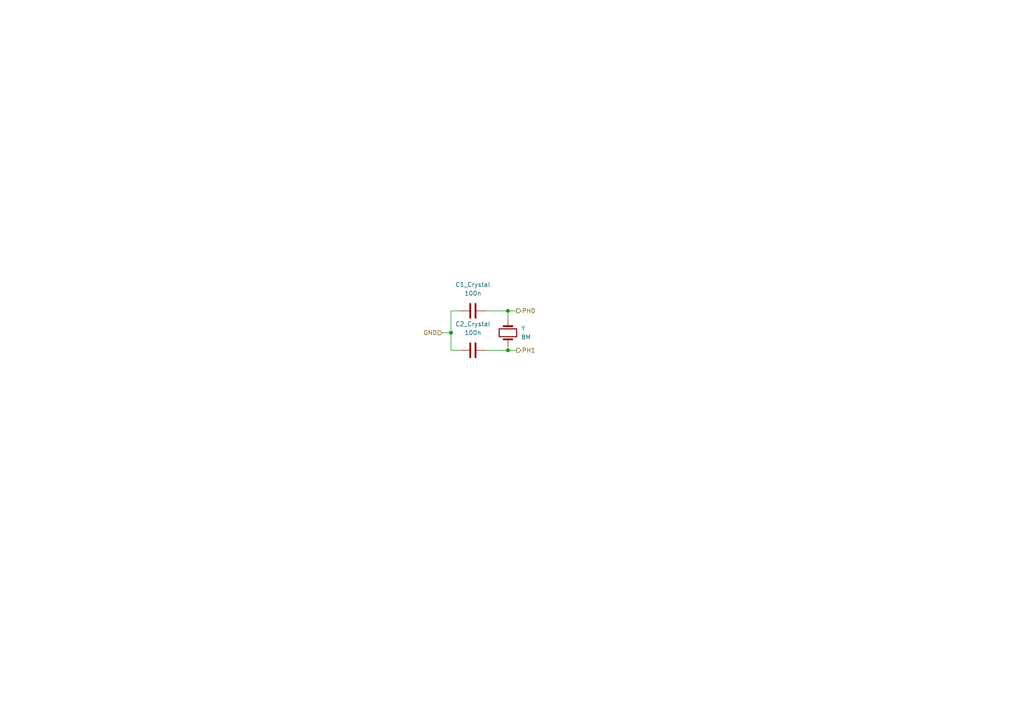
<source format=kicad_sch>
(kicad_sch (version 20211123) (generator eeschema)
  (paper "A4")
  (title_block (title "Crystal Oscillator") (date "2022-09-13") (rev "1") (company "George Mason University") (comment 2 "communication over USB.") (comment 3 "primary microcontroller in order to enable and have reliable") (comment 4 "A 8MHz quartz crystal oscillator was needed to be added to the"))
  (lib_symbols
    (symbol "Device:C" (pin_numbers hide) (pin_names (offset 0.254))
      (property "Reference" "C" (at 0.635 2.54 0))
      (property "Value" "C" (at 0.635 -2.54 0))
      (symbol "C_0_1"
        (polyline (pts (xy -2.032 -0.762) (xy 2.032 -0.762)) (stroke (width 0.508)))
        (polyline (pts (xy -2.032 0.762) (xy 2.032 0.762)) (stroke (width 0.508)))
      )
      (symbol "C_1_1"
        (pin passive line (at 0 3.81 270) (length 2.794) (name "~") (number "1"))
        (pin passive line (at 0 -3.81 90) (length 2.794) (name "~") (number "2"))
      )
    )
    (symbol "Device:Crystal" (pin_numbers hide) (pin_names (offset 1.016) hide)
      (property "Reference" "Y" (at 0 3.81 0))
      (property "Value" "Crystal" (at 0 -3.81 0))
      (symbol "Crystal_0_1"
        (rectangle (start -1.143 2.54) (end 1.143 -2.54) (stroke (width 0.3048)))
        (polyline (pts (xy -2.54 0) (xy -1.905 0)))
        (polyline (pts (xy -1.905 -1.27) (xy -1.905 1.27)) (stroke (width 0.508)))
        (polyline (pts (xy 1.905 -1.27) (xy 1.905 1.27)) (stroke (width 0.508)))
        (polyline (pts (xy 2.54 0) (xy 1.905 0)))
      )
      (symbol "Crystal_1_1"
        (pin passive line (at -3.81 0 0) (length 1.27) (name "1") (number "1"))
        (pin passive line (at 3.81 0 180) (length 1.27) (name "2") (number "2"))
      )
    )
  )
  (junction (at 147.32 101.6))
  (junction (at 130.81 96.52))
  (junction (at 147.32 90.17))
  (wire (pts (xy 130.81 96.52) (xy 130.81 101.6)))
  (wire (pts (xy 140.97 90.17) (xy 147.32 90.17)))
  (wire (pts (xy 128.27 96.52) (xy 130.81 96.52)))
  (wire (pts (xy 147.32 90.17) (xy 149.86 90.17)))
  (wire (pts (xy 140.97 101.6) (xy 147.32 101.6)))
  (wire (pts (xy 147.32 101.6) (xy 149.86 101.6)))
  (wire (pts (xy 133.35 90.17) (xy 130.81 90.17)))
  (wire (pts (xy 130.81 101.6) (xy 133.35 101.6)))
  (wire (pts (xy 147.32 101.6) (xy 147.32 100.33)))
  (wire (pts (xy 147.32 90.17) (xy 147.32 92.71)))
  (wire (pts (xy 130.81 90.17) (xy 130.81 96.52)))
  (hierarchical_label "GND" (shape input) (at 128.27 96.52 180))
  (hierarchical_label "PH1" (shape output) (at 149.86 101.6 0))
  (hierarchical_label "PH0" (shape output) (at 149.86 90.17 0))
  (symbol (lib_id "Device:Crystal") (at 147.32 96.52 90) (unit 1)
    (property "Reference" "Y" (at 151.13 95.2499 90) (effects (justify right)))
    (property "Value" "8M" (at 151.13 97.7899 90) (effects (justify right)))
    (property "Footprint" "Crystal:Crystal_HC18-U_Vertical" (effects hide))
  )
  (symbol (lib_id "Device:C") (at 137.16 101.6 90) (unit 1)
    (property "Reference" "C2_Crystal" (at 137.16 93.98 90))
    (property "Value" "100n" (at 137.16 96.52 90))
    (property "Footprint" "Capacitor_SMD:C_1210_3225Metric" (effects hide))
  )
  (symbol (lib_id "Device:C") (at 137.16 90.17 90) (unit 1)
    (property "Reference" "C1_Crystal" (at 137.16 82.55 90))
    (property "Value" "100n" (at 137.16 85.09 90))
    (property "Footprint" "Capacitor_SMD:C_1210_3225Metric" (effects hide))
  )
)
</source>
